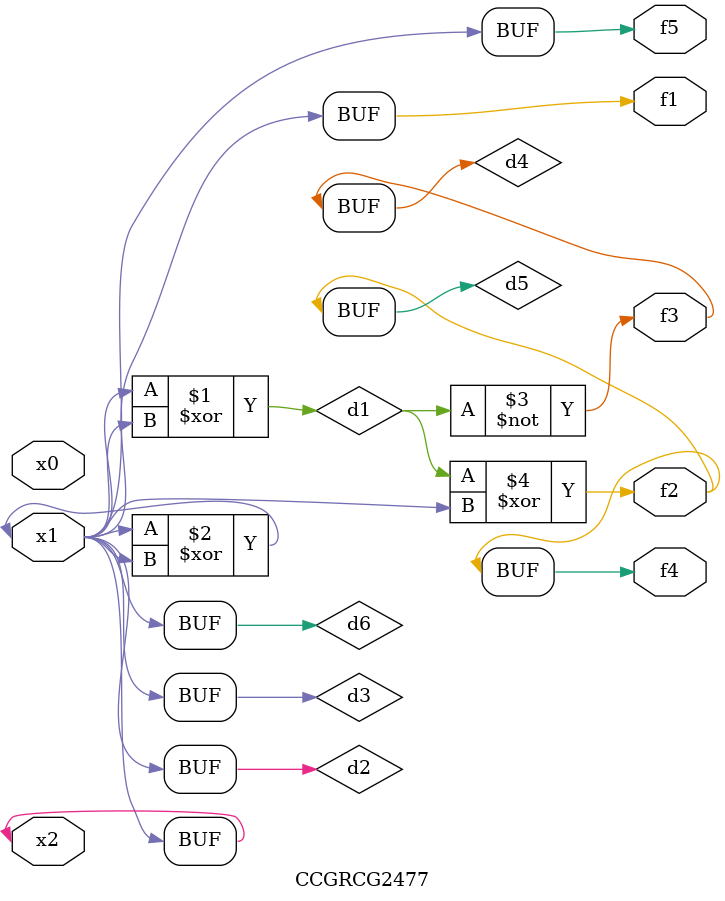
<source format=v>
module CCGRCG2477(
	input x0, x1, x2,
	output f1, f2, f3, f4, f5
);

	wire d1, d2, d3, d4, d5, d6;

	xor (d1, x1, x2);
	buf (d2, x1, x2);
	xor (d3, x1, x2);
	nor (d4, d1);
	xor (d5, d1, d2);
	buf (d6, d2, d3);
	assign f1 = d6;
	assign f2 = d5;
	assign f3 = d4;
	assign f4 = d5;
	assign f5 = d6;
endmodule

</source>
